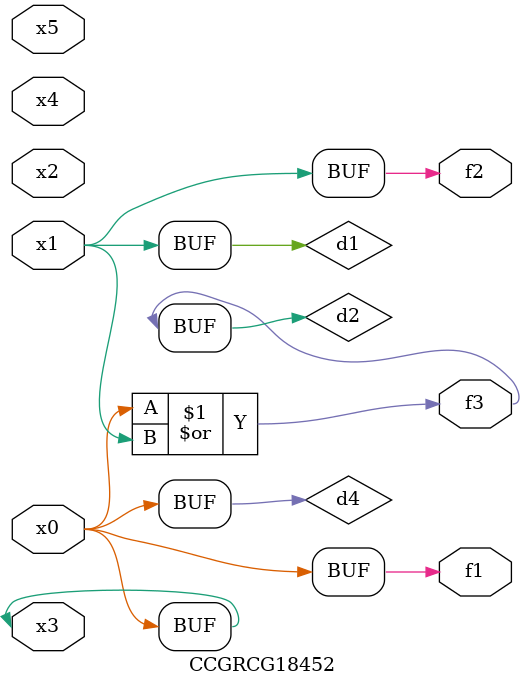
<source format=v>
module CCGRCG18452(
	input x0, x1, x2, x3, x4, x5,
	output f1, f2, f3
);

	wire d1, d2, d3, d4;

	and (d1, x1);
	or (d2, x0, x1);
	nand (d3, x0, x5);
	buf (d4, x0, x3);
	assign f1 = d4;
	assign f2 = d1;
	assign f3 = d2;
endmodule

</source>
